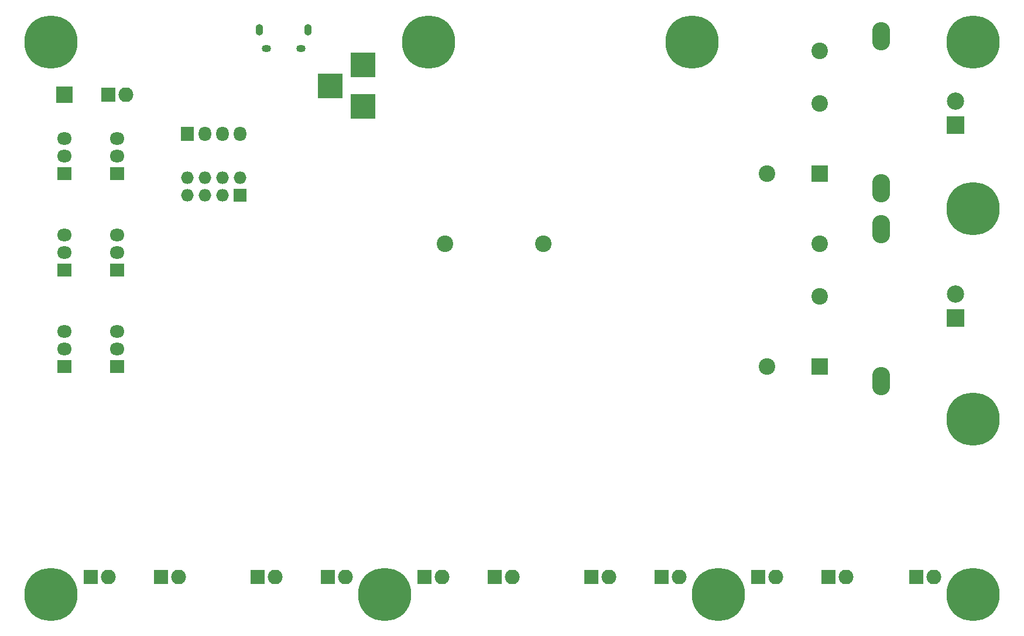
<source format=gbr>
%TF.GenerationSoftware,KiCad,Pcbnew,5.1.6*%
%TF.CreationDate,2020-10-05T22:52:03-04:00*%
%TF.ProjectId,flowerpower,666c6f77-6572-4706-9f77-65722e6b6963,rev?*%
%TF.SameCoordinates,Original*%
%TF.FileFunction,Soldermask,Bot*%
%TF.FilePolarity,Negative*%
%FSLAX46Y46*%
G04 Gerber Fmt 4.6, Leading zero omitted, Abs format (unit mm)*
G04 Created by KiCad (PCBNEW 5.1.6) date 2020-10-05 22:52:03*
%MOMM*%
%LPD*%
G01*
G04 APERTURE LIST*
%ADD10O,1.827200X1.827200*%
%ADD11R,1.827200X1.827200*%
%ADD12R,2.500000X2.500000*%
%ADD13C,2.500000*%
%ADD14C,7.700000*%
%ADD15O,1.827200X2.132000*%
%ADD16R,1.827200X2.132000*%
%ADD17R,2.335200X2.335200*%
%ADD18C,2.400000*%
%ADD19R,2.400000X2.400000*%
%ADD20O,2.132000X2.132000*%
%ADD21R,2.132000X2.132000*%
%ADD22O,2.132000X1.827200*%
%ADD23R,2.132000X1.827200*%
%ADD24O,1.100000X1.650000*%
%ADD25O,1.350000X1.050000*%
%ADD26R,3.600120X3.600120*%
%ADD27O,2.599360X4.100500*%
G04 APERTURE END LIST*
D10*
%TO.C,J3*%
X106680000Y-74295000D03*
X106680000Y-76835000D03*
X109220000Y-74295000D03*
X109220000Y-76835000D03*
X111760000Y-74295000D03*
X111760000Y-76835000D03*
X114300000Y-74295000D03*
D11*
X114300000Y-76835000D03*
%TD*%
D12*
%TO.C,J16*%
X217805000Y-94615000D03*
D13*
X217805000Y-91115000D03*
%TD*%
D12*
%TO.C,J15*%
X217805000Y-66675000D03*
D13*
X217805000Y-63175000D03*
%TD*%
D14*
%TO.C,REF\u002A\u002A*%
X86995000Y-54610000D03*
%TD*%
D15*
%TO.C,J6*%
X114300000Y-67945000D03*
X111760000Y-67945000D03*
X109220000Y-67945000D03*
D16*
X106680000Y-67945000D03*
%TD*%
D14*
%TO.C,REF\u002A\u002A*%
X179705000Y-54610000D03*
%TD*%
%TO.C,REF\u002A\u002A*%
X220345000Y-109220000D03*
%TD*%
%TO.C,REF\u002A\u002A*%
X220345000Y-78740000D03*
%TD*%
%TO.C,REF\u002A\u002A*%
X183515000Y-134620000D03*
%TD*%
%TO.C,REF\u002A\u002A*%
X220345000Y-134620000D03*
%TD*%
%TO.C,REF\u002A\u002A*%
X135255000Y-134620000D03*
%TD*%
%TO.C,REF\u002A\u002A*%
X86995000Y-134620000D03*
%TD*%
%TO.C,REF\u002A\u002A*%
X141605000Y-54610000D03*
%TD*%
%TO.C,REF\u002A\u002A*%
X220345000Y-54610000D03*
%TD*%
D17*
%TO.C,TP1*%
X88900000Y-62230000D03*
%TD*%
D18*
%TO.C,L1*%
X143930000Y-83820000D03*
X158230000Y-83820000D03*
%TD*%
D19*
%TO.C,K2*%
X198120000Y-101600000D03*
D18*
X198120000Y-91440000D03*
X198120000Y-83820000D03*
X190500000Y-101600000D03*
%TD*%
D19*
%TO.C,K1*%
X198120000Y-73660000D03*
D18*
X198120000Y-63500000D03*
X198120000Y-55880000D03*
X190500000Y-73660000D03*
%TD*%
D20*
%TO.C,J24*%
X191770000Y-132080000D03*
D21*
X189230000Y-132080000D03*
%TD*%
D20*
%TO.C,J23*%
X201930000Y-132080000D03*
D21*
X199390000Y-132080000D03*
%TD*%
D20*
%TO.C,J22*%
X167640000Y-132080000D03*
D21*
X165100000Y-132080000D03*
%TD*%
D20*
%TO.C,J21*%
X177800000Y-132080000D03*
D21*
X175260000Y-132080000D03*
%TD*%
D20*
%TO.C,J20*%
X143510000Y-132080000D03*
D21*
X140970000Y-132080000D03*
%TD*%
D20*
%TO.C,J19*%
X153670000Y-132080000D03*
D21*
X151130000Y-132080000D03*
%TD*%
D20*
%TO.C,J18*%
X119380000Y-132080000D03*
D21*
X116840000Y-132080000D03*
%TD*%
D20*
%TO.C,J17*%
X129540000Y-132080000D03*
D21*
X127000000Y-132080000D03*
%TD*%
D22*
%TO.C,J14*%
X88900000Y-96520000D03*
X88900000Y-99060000D03*
D23*
X88900000Y-101600000D03*
%TD*%
D22*
%TO.C,J13*%
X96520000Y-96520000D03*
X96520000Y-99060000D03*
D23*
X96520000Y-101600000D03*
%TD*%
D22*
%TO.C,J12*%
X88900000Y-82550000D03*
X88900000Y-85090000D03*
D23*
X88900000Y-87630000D03*
%TD*%
D22*
%TO.C,J11*%
X96520000Y-82550000D03*
X96520000Y-85090000D03*
D23*
X96520000Y-87630000D03*
%TD*%
D22*
%TO.C,J10*%
X88900000Y-68580000D03*
X88900000Y-71120000D03*
D23*
X88900000Y-73660000D03*
%TD*%
D22*
%TO.C,J9*%
X96520000Y-68580000D03*
X96520000Y-71120000D03*
D23*
X96520000Y-73660000D03*
%TD*%
D20*
%TO.C,J8*%
X95250000Y-132080000D03*
D21*
X92710000Y-132080000D03*
%TD*%
D20*
%TO.C,J7*%
X105410000Y-132080000D03*
D21*
X102870000Y-132080000D03*
%TD*%
D20*
%TO.C,J5*%
X214630000Y-132080000D03*
D21*
X212090000Y-132080000D03*
%TD*%
D24*
%TO.C,J4*%
X117150900Y-52837540D03*
X124150900Y-52837540D03*
D25*
X118150900Y-55537540D03*
X123150900Y-55537540D03*
%TD*%
D20*
%TO.C,J2*%
X97790000Y-62230000D03*
D21*
X95250000Y-62230000D03*
%TD*%
D26*
%TO.C,J1*%
X132080000Y-63985140D03*
X132080000Y-57985660D03*
X127381000Y-60985400D03*
%TD*%
D27*
%TO.C,F2*%
X207010000Y-81709260D03*
X207010000Y-103710740D03*
%TD*%
%TO.C,F1*%
X207010000Y-53769260D03*
X207010000Y-75770740D03*
%TD*%
M02*

</source>
